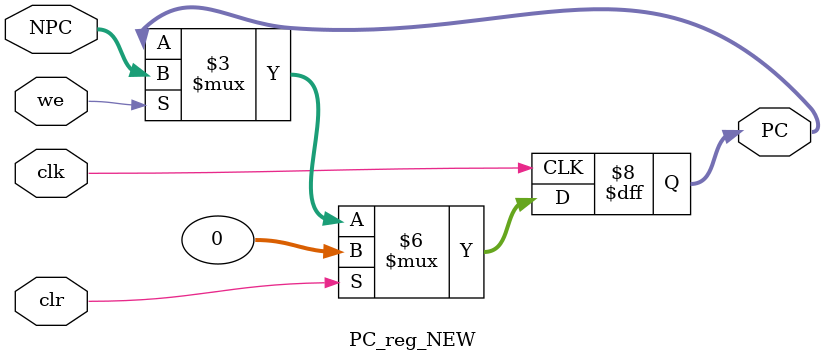
<source format=v>
module PC_reg_NEW(
    input clk,
    input we,
    input clr,
    input [31:0] NPC,
    output reg [31:0] PC
);

initial PC = 32'b0;

always @(posedge clk)
begin
    if(clr)
        begin
            PC <= 32'b0;
        end
    else
        if(we)
        begin
            PC <= NPC;
        end
end

endmodule
</source>
